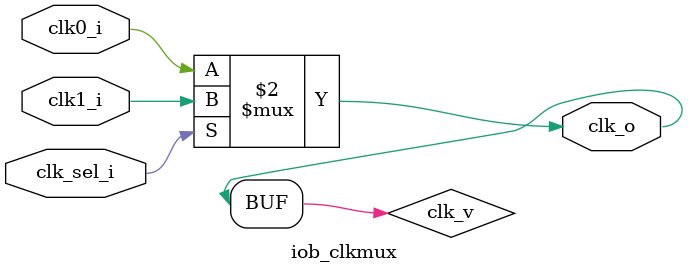
<source format=v>
/*****************************************************************************

  Description: Clock Wrapper

  Copyright (C) 2020 IObundle, Lda  All rights reserved

******************************************************************************/
`timescale 1ns / 1ps

module iob_clkmux (
   input  clk0_i,
   input  clk1_i,
   input  clk_sel_i,
   output clk_o
);

`ifdef XILINX
   BUFGMUX #(
      .CLK_SEL_TYPE("ASYNC")
   ) BUFGMUX_inst (
      .I0(clk0_i),
      .I1(clk1_i),
      .S (clk_sel_i),
      .O (clk_o)
   );
`else
   reg clk_v;
   always @* clk_v = #1 clk_sel_i ? clk1_i : clk0_i;
   assign clk_o = clk_v;
`endif

endmodule

</source>
